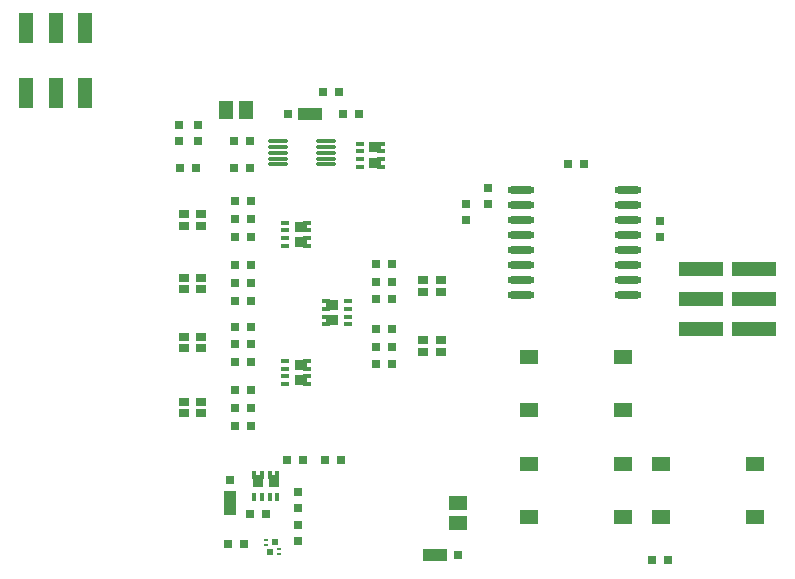
<source format=gtp>
G04 Layer_Color=8421504*
%FSLAX44Y44*%
%MOMM*%
G71*
G01*
G75*
%ADD11R,0.7500X0.8000*%
%ADD12R,0.8000X0.7500*%
%ADD13R,1.1000X2.0000*%
%ADD14R,0.8000X0.8000*%
%ADD15R,0.9000X0.7000*%
%ADD16R,0.8000X0.8000*%
%ADD17R,2.0000X1.1000*%
%ADD18R,1.5000X1.3000*%
%ADD19R,1.3000X1.5000*%
%ADD20O,1.7000X0.3000*%
%ADD21O,2.3000X0.6000*%
%ADD22R,1.2000X2.5000*%
%ADD23R,1.5500X1.3000*%
%ADD24R,3.8100X1.2700*%
%ADD25R,0.7000X0.3000*%
%ADD26R,1.0000X0.9470*%
%ADD27R,1.0000X0.9450*%
%ADD28R,0.3000X0.7000*%
%ADD29R,0.9470X1.0000*%
%ADD30R,0.9450X1.0000*%
%ADD31R,0.4000X0.2000*%
%ADD32R,0.5000X0.5000*%
D11*
X308340Y144000D02*
D03*
X321840D02*
D03*
X276250D02*
D03*
X289750D02*
D03*
X226533Y73006D02*
D03*
X240033D02*
D03*
X245250Y98000D02*
D03*
X258750D02*
D03*
X599456Y59012D02*
D03*
X585956D02*
D03*
X232250Y363000D02*
D03*
X245750D02*
D03*
X232250Y333000D02*
D03*
X245750D02*
D03*
X232250Y348000D02*
D03*
X245750D02*
D03*
X232250Y309000D02*
D03*
X245750D02*
D03*
X232250Y294000D02*
D03*
X245750D02*
D03*
X232250Y279000D02*
D03*
X245750D02*
D03*
X232250Y257000D02*
D03*
X245750D02*
D03*
X232250Y242000D02*
D03*
X245750D02*
D03*
X232250Y203000D02*
D03*
X245750D02*
D03*
X232250Y227000D02*
D03*
X245750D02*
D03*
X232250Y188000D02*
D03*
X245750D02*
D03*
X232250Y173000D02*
D03*
X245750D02*
D03*
X365750Y225000D02*
D03*
X352250D02*
D03*
X365750Y255000D02*
D03*
X352250D02*
D03*
X365750Y240000D02*
D03*
X352250D02*
D03*
X365750Y280000D02*
D03*
X352250D02*
D03*
X365750Y310000D02*
D03*
X352250D02*
D03*
X365750Y295000D02*
D03*
X352250D02*
D03*
X244780Y414060D02*
D03*
X231280D02*
D03*
X199780Y391000D02*
D03*
X186280D02*
D03*
X307280Y456000D02*
D03*
X320780D02*
D03*
X324280Y437000D02*
D03*
X337780D02*
D03*
X244780Y390940D02*
D03*
X231280D02*
D03*
X527750Y395000D02*
D03*
X514250D02*
D03*
D12*
X286000Y88750D02*
D03*
Y75250D02*
D03*
Y103250D02*
D03*
Y116750D02*
D03*
X185030Y414250D02*
D03*
Y427750D02*
D03*
X201030D02*
D03*
Y414250D02*
D03*
X428000Y360750D02*
D03*
Y347250D02*
D03*
X592000Y346750D02*
D03*
Y333250D02*
D03*
X447000Y361250D02*
D03*
Y374750D02*
D03*
D13*
X228000Y108000D02*
D03*
D14*
Y127000D02*
D03*
D15*
X407000Y245492D02*
D03*
Y235508D02*
D03*
X392000Y245492D02*
D03*
Y235508D02*
D03*
X407000Y296492D02*
D03*
Y286508D02*
D03*
X392000Y296492D02*
D03*
Y286508D02*
D03*
X189000Y342508D02*
D03*
Y352492D02*
D03*
X204000Y342508D02*
D03*
Y352492D02*
D03*
X189000Y183508D02*
D03*
Y193492D02*
D03*
X204000Y183508D02*
D03*
Y193492D02*
D03*
X189000Y288508D02*
D03*
Y298492D02*
D03*
X204000Y288508D02*
D03*
Y298492D02*
D03*
X189000Y238508D02*
D03*
Y248492D02*
D03*
X204000Y238508D02*
D03*
Y248492D02*
D03*
D16*
X421000Y64000D02*
D03*
X277030Y437000D02*
D03*
D17*
X402000Y64000D02*
D03*
X296030Y437000D02*
D03*
D18*
X420999Y90501D02*
D03*
Y107501D02*
D03*
D19*
X241529Y439999D02*
D03*
X224529D02*
D03*
D20*
X268850Y414340D02*
D03*
Y409340D02*
D03*
Y404340D02*
D03*
Y399340D02*
D03*
Y394340D02*
D03*
X309850Y414340D02*
D03*
Y409340D02*
D03*
Y404340D02*
D03*
Y399340D02*
D03*
Y394340D02*
D03*
D21*
X565373Y283550D02*
D03*
Y296250D02*
D03*
Y308950D02*
D03*
Y321650D02*
D03*
Y334350D02*
D03*
Y347050D02*
D03*
Y359750D02*
D03*
Y372450D02*
D03*
X474373Y283550D02*
D03*
Y296250D02*
D03*
Y308950D02*
D03*
Y321650D02*
D03*
Y334350D02*
D03*
Y347050D02*
D03*
Y359750D02*
D03*
Y372450D02*
D03*
D22*
X55570Y509500D02*
D03*
X105570D02*
D03*
X80570D02*
D03*
Y454500D02*
D03*
X105570D02*
D03*
X55570D02*
D03*
D23*
X593326Y141040D02*
D03*
X672826D02*
D03*
Y96040D02*
D03*
X593326D02*
D03*
X481152Y231503D02*
D03*
X560652D02*
D03*
Y186502D02*
D03*
X481152D02*
D03*
X481464Y141041D02*
D03*
X560964D02*
D03*
Y96040D02*
D03*
X481464D02*
D03*
D24*
X627380Y306197D02*
D03*
X671830D02*
D03*
X627380Y280797D02*
D03*
X671830D02*
D03*
X627380Y255397D02*
D03*
X671830D02*
D03*
D25*
X293415Y345000D02*
D03*
Y338523D02*
D03*
Y325546D02*
D03*
Y332046D02*
D03*
X275000D02*
D03*
Y325546D02*
D03*
Y338523D02*
D03*
Y345000D02*
D03*
X309585Y259000D02*
D03*
Y265477D02*
D03*
Y278454D02*
D03*
Y271954D02*
D03*
X328000D02*
D03*
Y278454D02*
D03*
Y265477D02*
D03*
Y259000D02*
D03*
X293415Y228000D02*
D03*
Y221523D02*
D03*
Y208546D02*
D03*
Y215046D02*
D03*
X275000D02*
D03*
Y208546D02*
D03*
Y221523D02*
D03*
Y228000D02*
D03*
X356445Y412000D02*
D03*
Y405523D02*
D03*
Y392546D02*
D03*
Y399046D02*
D03*
X338030D02*
D03*
Y392546D02*
D03*
Y405523D02*
D03*
Y412000D02*
D03*
D26*
X287960Y341770D02*
D03*
X315040Y262230D02*
D03*
X287960Y224770D02*
D03*
X350990Y408770D02*
D03*
D27*
X287959Y328810D02*
D03*
X315040Y275190D02*
D03*
X287959Y211810D02*
D03*
X350989Y395810D02*
D03*
D28*
X249000Y131415D02*
D03*
X255477D02*
D03*
X268454D02*
D03*
X261954D02*
D03*
Y113000D02*
D03*
X268454D02*
D03*
X255477D02*
D03*
X249000D02*
D03*
D29*
X252230Y125960D02*
D03*
D30*
X265190Y125960D02*
D03*
D31*
X258796Y72435D02*
D03*
X258793Y76493D02*
D03*
X269718Y68443D02*
D03*
Y64398D02*
D03*
D32*
X266081Y74666D02*
D03*
X261925Y66366D02*
D03*
M02*

</source>
